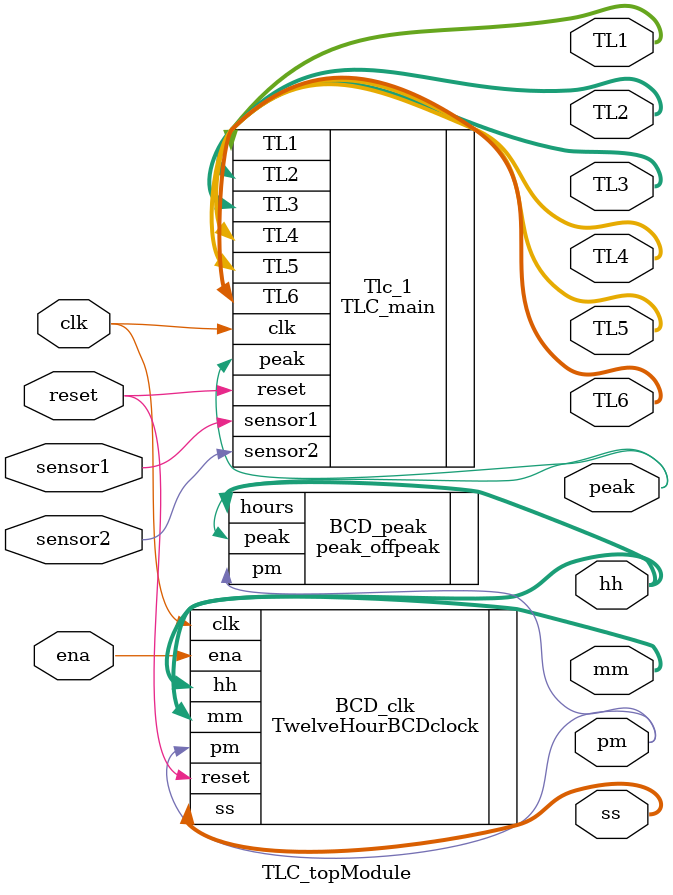
<source format=v>
module TLC_topModule(
    input clk,
    input reset,
    input ena,
    input sensor1,
    input sensor2,
    output [1:0] TL1,
    output [1:0] TL2,
    output [1:0] TL3,
    output [1:0] TL4,
    output [1:0] TL5,
    output [1:0] TL6,
    output peak,
    output pm,
    output [7:0] hh,
    output [7:0] mm,
    output [7:0] ss
);

TwelveHourBCDclock BCD_clk(
    .clk(clk),
    .ena(ena),
    .reset(reset),
    .hh(hh),
    .mm(mm),
    .ss(ss),
    .pm(pm)
);

peak_offpeak BCD_peak(
    .hours(hh),
    .pm(pm),
    .peak(peak)
);

TLC_main Tlc_1(
    .clk(clk),
    .reset(reset),
    .sensor1(sensor1),
    .sensor2(sensor2),
    .TL1(TL1),
    .TL2(TL2),
    .TL3(TL3),
    .TL4(TL4),
    .TL5(TL5),
    .TL6(TL6),
    .peak(peak)
);

endmodule





















</source>
